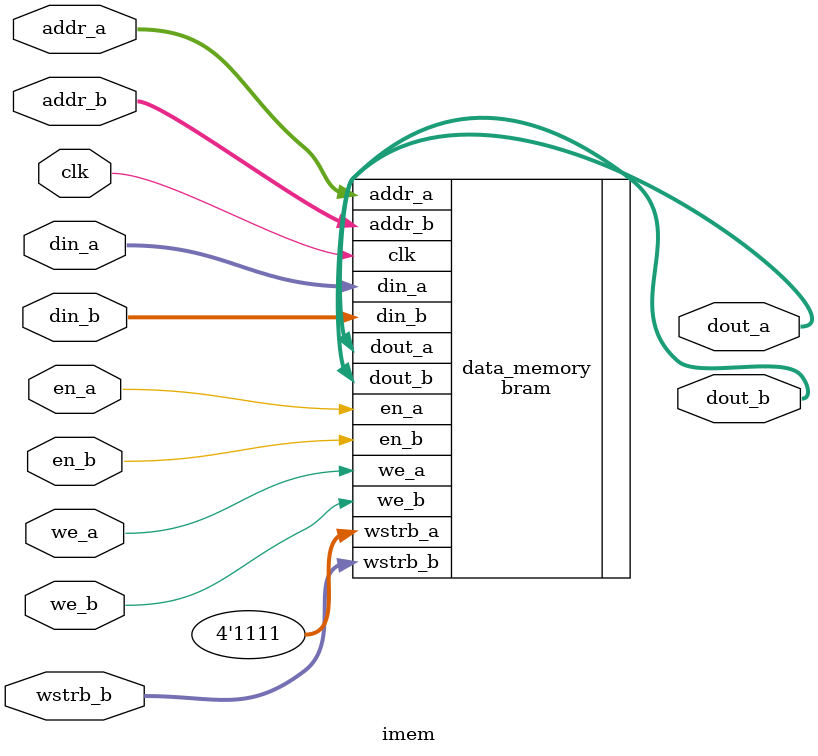
<source format=sv>
module imem #(
    parameter int ADDR_WIDTH = 10,
    parameter int DATA_WIDTH = 32
)(
    input  logic                     clk,
    // Port A (core)
    input  logic                     en_a,
    input  logic                     we_a,
    input  logic [ADDR_WIDTH-1:0]    addr_a,
    input  logic [DATA_WIDTH-1:0]    din_a,
    output logic [DATA_WIDTH-1:0]    dout_a,

    // Port B (debug/DMA)
    input  logic                     en_b,
    input  logic                     we_b,
    input  logic [(DATA_WIDTH/8)-1:0] wstrb_b,
    input  logic [ADDR_WIDTH-1:0]    addr_b,
    input  logic [DATA_WIDTH-1:0]    din_b,
    output logic [DATA_WIDTH-1:0]    dout_b
);

    bram #(
        .ADDR_WIDTH(ADDR_WIDTH),
        .DATA_WIDTH(DATA_WIDTH)
    ) data_memory (
        .clk(clk),
        .en_a(en_a),
        .we_a(we_a),
        .wstrb_a({(DATA_WIDTH/8){1'b1}}),
        .addr_a(addr_a),
        .din_a(din_a),
        .dout_a(dout_a),
        .en_b(en_b),
        .we_b(we_b),
        .wstrb_b(wstrb_b),
        .addr_b(addr_b),
        .din_b(din_b),
        .dout_b(dout_b)
    );

endmodule

</source>
